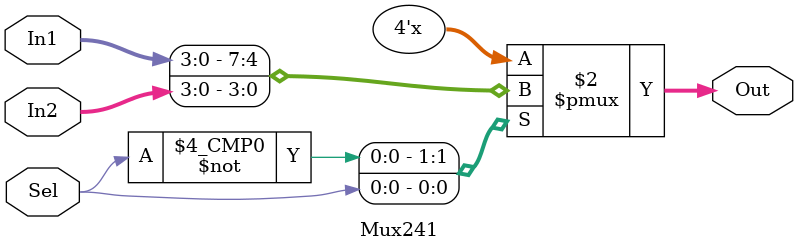
<source format=v>
module Mux241(In1,In2,Sel,Out); //Mux(2:1)

	input [3:0] In1,In2; // 4-bits two inputs
	input Sel; //1-bit selection signal
	output reg [3:0] Out; //4-bits output

always@(In1,In2,Sel)
  begin
    case(Sel) //0 passes In1 ,1 passes In2
      0: Out <= In1;
      1: Out <= In2;
    endcase
  end
endmodule

</source>
